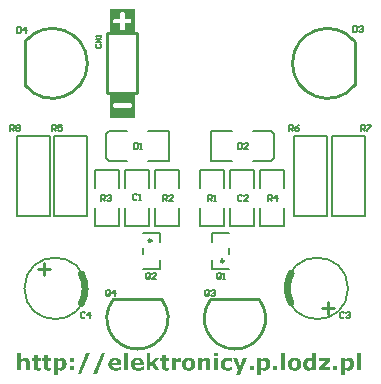
<source format=gto>
G04*
G04 #@! TF.GenerationSoftware,Altium Limited,Altium Designer,18.1.6 (161)*
G04*
G04 Layer_Color=65535*
%FSLAX44Y44*%
%MOMM*%
G71*
G01*
G75*
%ADD10C,0.2540*%
%ADD11C,0.2000*%
%ADD12C,0.6000*%
%ADD13C,0.2500*%
%ADD14C,0.1500*%
G36*
X188906Y5945D02*
X185394D01*
Y8478D01*
X188906D01*
Y5945D01*
D02*
G37*
G36*
X271854Y-5890D02*
X268512D01*
Y-4826D01*
X268470Y-4847D01*
X268363Y-4932D01*
X268193Y-5060D01*
X267980Y-5209D01*
X267725Y-5379D01*
X267470Y-5549D01*
X267172Y-5720D01*
X266895Y-5847D01*
X266852Y-5869D01*
X266767Y-5890D01*
X266618Y-5954D01*
X266405Y-5996D01*
X266150Y-6060D01*
X265852Y-6124D01*
X265533Y-6145D01*
X265171Y-6167D01*
X264979D01*
X264851Y-6145D01*
X264702Y-6124D01*
X264511Y-6082D01*
X264064Y-5975D01*
X263596Y-5805D01*
X263340Y-5698D01*
X263085Y-5549D01*
X262829Y-5379D01*
X262574Y-5188D01*
X262340Y-4975D01*
X262127Y-4719D01*
X262106Y-4698D01*
X262084Y-4655D01*
X262021Y-4570D01*
X261957Y-4442D01*
X261872Y-4293D01*
X261765Y-4123D01*
X261659Y-3910D01*
X261574Y-3676D01*
X261467Y-3399D01*
X261361Y-3101D01*
X261254Y-2782D01*
X261169Y-2442D01*
X261105Y-2059D01*
X261041Y-1654D01*
X261020Y-1228D01*
X260999Y-781D01*
Y-760D01*
Y-718D01*
Y-654D01*
Y-569D01*
X261020Y-441D01*
Y-313D01*
X261041Y6D01*
X261084Y368D01*
X261169Y772D01*
X261254Y1177D01*
X261382Y1560D01*
Y1581D01*
X261403Y1602D01*
X261446Y1730D01*
X261531Y1922D01*
X261659Y2177D01*
X261808Y2454D01*
X261978Y2752D01*
X262191Y3050D01*
X262425Y3327D01*
X262446Y3348D01*
X262531Y3433D01*
X262659Y3561D01*
X262851Y3710D01*
X263064Y3880D01*
X263319Y4072D01*
X263617Y4242D01*
X263936Y4391D01*
X263958D01*
X263979Y4412D01*
X264085Y4455D01*
X264277Y4519D01*
X264511Y4604D01*
X264788Y4668D01*
X265086Y4731D01*
X265405Y4774D01*
X265746Y4795D01*
X266065D01*
X266299Y4774D01*
X266533Y4753D01*
X266788Y4710D01*
X267044Y4646D01*
X267278Y4582D01*
X267299D01*
X267384Y4540D01*
X267491Y4497D01*
X267661Y4455D01*
X267831Y4370D01*
X268044Y4306D01*
X268512Y4093D01*
Y8478D01*
X271854D01*
Y-5890D01*
D02*
G37*
G36*
X300185Y4774D02*
X300355Y4753D01*
X300547Y4710D01*
X300972Y4625D01*
X301462Y4433D01*
X301696Y4327D01*
X301952Y4178D01*
X302207Y4029D01*
X302441Y3816D01*
X302675Y3603D01*
X302888Y3348D01*
X302909Y3327D01*
X302931Y3284D01*
X302995Y3199D01*
X303058Y3092D01*
X303144Y2943D01*
X303229Y2773D01*
X303335Y2560D01*
X303442Y2326D01*
X303527Y2050D01*
X303633Y1773D01*
X303718Y1453D01*
X303803Y1092D01*
X303867Y708D01*
X303931Y325D01*
X303952Y-122D01*
X303974Y-569D01*
Y-590D01*
Y-632D01*
Y-696D01*
Y-781D01*
X303952Y-1037D01*
X303931Y-1335D01*
X303867Y-1697D01*
X303803Y-2101D01*
X303697Y-2506D01*
X303569Y-2910D01*
Y-2931D01*
X303548Y-2952D01*
X303505Y-3080D01*
X303420Y-3272D01*
X303293Y-3527D01*
X303144Y-3804D01*
X302973Y-4081D01*
X302782Y-4379D01*
X302548Y-4655D01*
X302526Y-4677D01*
X302420Y-4783D01*
X302292Y-4911D01*
X302101Y-5060D01*
X301866Y-5230D01*
X301611Y-5422D01*
X301334Y-5592D01*
X301015Y-5741D01*
X300972Y-5762D01*
X300866Y-5805D01*
X300696Y-5847D01*
X300483Y-5911D01*
X300206Y-5996D01*
X299908Y-6039D01*
X299589Y-6082D01*
X299227Y-6103D01*
X299078D01*
X298908Y-6082D01*
X298695D01*
X298461Y-6060D01*
X298205Y-6018D01*
X297950Y-5975D01*
X297716Y-5911D01*
X297695D01*
X297609Y-5869D01*
X297482Y-5847D01*
X297333Y-5784D01*
X297141Y-5720D01*
X296928Y-5613D01*
X296460Y-5400D01*
Y-9700D01*
X293118D01*
Y4476D01*
X296460D01*
Y3390D01*
X296503Y3412D01*
X296588Y3497D01*
X296737Y3603D01*
X296950Y3731D01*
X297184Y3901D01*
X297439Y4072D01*
X298014Y4391D01*
X298056Y4412D01*
X298163Y4455D01*
X298333Y4519D01*
X298546Y4604D01*
X298823Y4668D01*
X299142Y4731D01*
X299482Y4774D01*
X299866Y4795D01*
X300057D01*
X300185Y4774D01*
D02*
G37*
G36*
X229305Y4774D02*
X229475Y4753D01*
X229667Y4710D01*
X230093Y4625D01*
X230582Y4433D01*
X230816Y4327D01*
X231072Y4178D01*
X231327Y4029D01*
X231561Y3816D01*
X231796Y3603D01*
X232008Y3348D01*
X232030Y3327D01*
X232051Y3284D01*
X232115Y3199D01*
X232179Y3092D01*
X232264Y2943D01*
X232349Y2773D01*
X232455Y2560D01*
X232562Y2326D01*
X232647Y2049D01*
X232753Y1773D01*
X232838Y1453D01*
X232924Y1092D01*
X232987Y708D01*
X233051Y325D01*
X233073Y-122D01*
X233094Y-569D01*
Y-590D01*
Y-632D01*
Y-696D01*
Y-781D01*
X233073Y-1037D01*
X233051Y-1335D01*
X232987Y-1697D01*
X232924Y-2101D01*
X232817Y-2506D01*
X232690Y-2910D01*
Y-2931D01*
X232668Y-2953D01*
X232626Y-3080D01*
X232541Y-3272D01*
X232413Y-3527D01*
X232264Y-3804D01*
X232094Y-4081D01*
X231902Y-4379D01*
X231668Y-4655D01*
X231647Y-4677D01*
X231540Y-4783D01*
X231412Y-4911D01*
X231221Y-5060D01*
X230987Y-5230D01*
X230731Y-5422D01*
X230455Y-5592D01*
X230135Y-5741D01*
X230093Y-5762D01*
X229986Y-5805D01*
X229816Y-5847D01*
X229603Y-5911D01*
X229326Y-5996D01*
X229028Y-6039D01*
X228709Y-6082D01*
X228347Y-6103D01*
X228198D01*
X228028Y-6082D01*
X227815D01*
X227581Y-6060D01*
X227326Y-6018D01*
X227070Y-5975D01*
X226836Y-5911D01*
X226815D01*
X226730Y-5869D01*
X226602Y-5847D01*
X226453Y-5784D01*
X226261Y-5720D01*
X226049Y-5613D01*
X225580Y-5400D01*
Y-9700D01*
X222239D01*
Y4476D01*
X225580D01*
Y3390D01*
X225623Y3412D01*
X225708Y3497D01*
X225857Y3603D01*
X226070Y3731D01*
X226304Y3901D01*
X226559Y4072D01*
X227134Y4391D01*
X227177Y4412D01*
X227283Y4455D01*
X227453Y4518D01*
X227666Y4604D01*
X227943Y4667D01*
X228262Y4731D01*
X228603Y4774D01*
X228986Y4795D01*
X229177D01*
X229305Y4774D01*
D02*
G37*
G36*
X56831Y4774D02*
X57002Y4753D01*
X57193Y4710D01*
X57619Y4625D01*
X58108Y4433D01*
X58342Y4327D01*
X58598Y4178D01*
X58853Y4029D01*
X59088Y3816D01*
X59322Y3603D01*
X59535Y3348D01*
X59556Y3327D01*
X59577Y3284D01*
X59641Y3199D01*
X59705Y3092D01*
X59790Y2943D01*
X59875Y2773D01*
X59981Y2560D01*
X60088Y2326D01*
X60173Y2049D01*
X60279Y1773D01*
X60365Y1453D01*
X60450Y1092D01*
X60514Y708D01*
X60577Y325D01*
X60599Y-122D01*
X60620Y-569D01*
Y-590D01*
Y-632D01*
Y-696D01*
Y-781D01*
X60599Y-1037D01*
X60577Y-1335D01*
X60514Y-1697D01*
X60450Y-2101D01*
X60343Y-2506D01*
X60216Y-2910D01*
Y-2931D01*
X60194Y-2953D01*
X60152Y-3080D01*
X60067Y-3272D01*
X59939Y-3527D01*
X59790Y-3804D01*
X59620Y-4081D01*
X59428Y-4379D01*
X59194Y-4655D01*
X59173Y-4677D01*
X59066Y-4783D01*
X58938Y-4911D01*
X58747Y-5060D01*
X58513Y-5230D01*
X58257Y-5422D01*
X57981Y-5592D01*
X57661Y-5741D01*
X57619Y-5762D01*
X57512Y-5805D01*
X57342Y-5847D01*
X57129Y-5911D01*
X56852Y-5996D01*
X56554Y-6039D01*
X56235Y-6082D01*
X55873Y-6103D01*
X55724D01*
X55554Y-6082D01*
X55341D01*
X55107Y-6060D01*
X54852Y-6018D01*
X54596Y-5975D01*
X54362Y-5911D01*
X54341D01*
X54256Y-5869D01*
X54128Y-5847D01*
X53979Y-5784D01*
X53787Y-5720D01*
X53575Y-5613D01*
X53106Y-5400D01*
Y-9700D01*
X49764D01*
Y4476D01*
X53106D01*
Y3390D01*
X53149Y3412D01*
X53234Y3497D01*
X53383Y3603D01*
X53596Y3731D01*
X53830Y3901D01*
X54085Y4072D01*
X54660Y4391D01*
X54703Y4412D01*
X54809Y4455D01*
X54979Y4518D01*
X55192Y4604D01*
X55469Y4667D01*
X55788Y4731D01*
X56129Y4774D01*
X56512Y4795D01*
X56704D01*
X56831Y4774D01*
D02*
G37*
G36*
X179115Y4774D02*
X179264D01*
X179413Y4753D01*
X179796Y4667D01*
X180222Y4561D01*
X180647Y4369D01*
X181073Y4135D01*
X181264Y3965D01*
X181456Y3795D01*
X181477Y3774D01*
X181499Y3752D01*
X181541Y3688D01*
X181605Y3603D01*
X181669Y3518D01*
X181754Y3390D01*
X181839Y3241D01*
X181946Y3071D01*
X182031Y2858D01*
X182116Y2645D01*
X182201Y2411D01*
X182265Y2135D01*
X182329Y1858D01*
X182371Y1539D01*
X182414Y1219D01*
Y857D01*
Y-5890D01*
X179072D01*
Y-739D01*
Y-718D01*
Y-632D01*
Y-505D01*
Y-334D01*
X179051Y-143D01*
X179030Y70D01*
X178987Y517D01*
Y538D01*
X178966Y623D01*
Y730D01*
X178944Y879D01*
X178881Y1177D01*
X178817Y1326D01*
X178774Y1453D01*
Y1475D01*
X178753Y1517D01*
X178646Y1645D01*
X178476Y1794D01*
X178242Y1943D01*
X178221D01*
X178178Y1964D01*
X178093Y2007D01*
X177987Y2028D01*
X177838Y2071D01*
X177667Y2092D01*
X177476Y2113D01*
X177093D01*
X176965Y2092D01*
X176837Y2071D01*
X176667Y2049D01*
X176326Y1964D01*
X176305D01*
X176241Y1943D01*
X176156Y1901D01*
X176028Y1858D01*
X175901Y1773D01*
X175730Y1688D01*
X175347Y1475D01*
Y-5890D01*
X172005D01*
Y4476D01*
X175347D01*
Y3348D01*
X175390Y3369D01*
X175496Y3454D01*
X175667Y3582D01*
X175879Y3752D01*
X176135Y3923D01*
X176433Y4093D01*
X176731Y4263D01*
X177029Y4412D01*
X177071Y4433D01*
X177178Y4476D01*
X177348Y4540D01*
X177561Y4604D01*
X177838Y4667D01*
X178136Y4731D01*
X178476Y4774D01*
X178838Y4795D01*
X179008D01*
X179115Y4774D01*
D02*
G37*
G36*
X156723Y4497D02*
X156999D01*
X157127Y4476D01*
Y1304D01*
X156829D01*
X156786Y1326D01*
X156744D01*
X156659Y1347D01*
X156574Y1368D01*
X156446D01*
X156318Y1390D01*
X156148Y1411D01*
X156063D01*
X155978Y1432D01*
X155871D01*
X155616Y1453D01*
X155105D01*
X154935Y1432D01*
X154743D01*
X154530Y1411D01*
X154105Y1347D01*
X154083D01*
X154019Y1326D01*
X153913Y1304D01*
X153764Y1283D01*
X153594Y1241D01*
X153402Y1177D01*
X152955Y1028D01*
Y-5890D01*
X149613D01*
Y4476D01*
X152955D01*
Y2943D01*
X152977Y2965D01*
X152998Y2986D01*
X153062Y3029D01*
X153147Y3092D01*
X153338Y3263D01*
X153594Y3454D01*
X153892Y3667D01*
X154211Y3859D01*
X154530Y4050D01*
X154850Y4199D01*
X154892Y4220D01*
X154977Y4242D01*
X155148Y4306D01*
X155339Y4369D01*
X155573Y4412D01*
X155829Y4476D01*
X156084Y4497D01*
X156340Y4518D01*
X156574D01*
X156723Y4497D01*
D02*
G37*
G36*
X197612Y4774D02*
X197867D01*
X198165Y4731D01*
X198505Y4689D01*
X198846Y4646D01*
X199187Y4561D01*
X199229D01*
X199336Y4518D01*
X199506Y4476D01*
X199740Y4391D01*
X199995Y4306D01*
X200272Y4220D01*
X200868Y3965D01*
Y1134D01*
X200379D01*
X200336Y1155D01*
X200251Y1241D01*
X200102Y1347D01*
X199910Y1496D01*
X199889Y1517D01*
X199868Y1539D01*
X199804Y1581D01*
X199740Y1645D01*
X199527Y1794D01*
X199251Y1943D01*
X199229D01*
X199187Y1986D01*
X199102Y2007D01*
X198995Y2049D01*
X198740Y2156D01*
X198420Y2262D01*
X198399D01*
X198335Y2284D01*
X198250Y2305D01*
X198122Y2347D01*
X197973Y2369D01*
X197803Y2390D01*
X197377Y2411D01*
X197250D01*
X197165Y2390D01*
X196930Y2369D01*
X196632Y2305D01*
X196292Y2198D01*
X195951Y2049D01*
X195632Y1837D01*
X195334Y1560D01*
X195313Y1517D01*
X195228Y1411D01*
X195121Y1219D01*
X194993Y964D01*
X194844Y623D01*
X194738Y240D01*
X194653Y-228D01*
X194632Y-739D01*
Y-760D01*
Y-803D01*
Y-888D01*
X194653Y-994D01*
Y-1122D01*
X194674Y-1250D01*
X194717Y-1590D01*
X194802Y-1952D01*
X194930Y-2335D01*
X195121Y-2697D01*
X195355Y-3016D01*
X195398Y-3059D01*
X195483Y-3144D01*
X195653Y-3251D01*
X195887Y-3400D01*
X196185Y-3549D01*
X196547Y-3655D01*
X196952Y-3740D01*
X197441Y-3783D01*
X197654D01*
X197803Y-3761D01*
X197973D01*
X198165Y-3719D01*
X198548Y-3655D01*
X198569D01*
X198633Y-3634D01*
X198718Y-3591D01*
X198846Y-3549D01*
X199123Y-3442D01*
X199400Y-3314D01*
X199421D01*
X199442Y-3272D01*
X199570Y-3187D01*
X199740Y-3080D01*
X199932Y-2931D01*
X199953D01*
X199974Y-2889D01*
X200081Y-2804D01*
X200230Y-2676D01*
X200379Y-2527D01*
X200868D01*
Y-5379D01*
X200826Y-5400D01*
X200741Y-5443D01*
X200570Y-5507D01*
X200357Y-5592D01*
X200123Y-5677D01*
X199846Y-5784D01*
X199527Y-5869D01*
X199208Y-5954D01*
X199165D01*
X199059Y-5996D01*
X198889Y-6018D01*
X198654Y-6060D01*
X198378Y-6103D01*
X198058Y-6124D01*
X197718Y-6167D01*
X196994D01*
X196845Y-6145D01*
X196505Y-6124D01*
X196122Y-6082D01*
X195717Y-6039D01*
X195270Y-5954D01*
X194844Y-5847D01*
X194823D01*
X194802Y-5826D01*
X194738Y-5805D01*
X194653Y-5784D01*
X194461Y-5720D01*
X194185Y-5592D01*
X193887Y-5464D01*
X193567Y-5294D01*
X193227Y-5081D01*
X192908Y-4847D01*
X192865Y-4826D01*
X192780Y-4719D01*
X192631Y-4591D01*
X192439Y-4379D01*
X192226Y-4144D01*
X192013Y-3868D01*
X191822Y-3527D01*
X191630Y-3165D01*
Y-3144D01*
X191609Y-3123D01*
X191588Y-3059D01*
X191567Y-2974D01*
X191481Y-2761D01*
X191418Y-2463D01*
X191332Y-2122D01*
X191247Y-1697D01*
X191205Y-1250D01*
X191183Y-739D01*
Y-718D01*
Y-675D01*
Y-590D01*
Y-505D01*
X191205Y-377D01*
Y-228D01*
X191247Y113D01*
X191290Y496D01*
X191375Y921D01*
X191503Y1347D01*
X191652Y1752D01*
Y1773D01*
X191673Y1794D01*
X191737Y1922D01*
X191843Y2135D01*
X192013Y2369D01*
X192205Y2645D01*
X192439Y2943D01*
X192716Y3241D01*
X193014Y3518D01*
X193057Y3539D01*
X193163Y3625D01*
X193333Y3752D01*
X193567Y3880D01*
X193844Y4050D01*
X194185Y4199D01*
X194547Y4348D01*
X194951Y4476D01*
X194972D01*
X194993Y4497D01*
X195057D01*
X195142Y4518D01*
X195355Y4582D01*
X195653Y4646D01*
X195994Y4689D01*
X196377Y4753D01*
X196803Y4774D01*
X197228Y4795D01*
X197420D01*
X197612Y4774D01*
D02*
G37*
G36*
X66963Y836D02*
X63515D01*
Y4476D01*
X66963D01*
Y836D01*
D02*
G37*
G36*
X207765Y-9700D02*
X204146D01*
X205806Y-5805D01*
X201783Y4476D01*
X205274D01*
X207743Y-2208D01*
X210106Y4476D01*
X213554D01*
X207765Y-9700D01*
D02*
G37*
G36*
X309699Y-5890D02*
X306358D01*
Y8478D01*
X309699D01*
Y-5890D01*
D02*
G37*
G36*
X289840D02*
X286392D01*
Y-2250D01*
X289840D01*
Y-5890D01*
D02*
G37*
G36*
X283838Y2369D02*
X278453Y-3421D01*
X283944D01*
Y-5890D01*
X274196D01*
Y-3783D01*
X279623Y2050D01*
X274408D01*
Y4476D01*
X283838D01*
Y2369D01*
D02*
G37*
G36*
X245652Y-5890D02*
X242311D01*
Y8478D01*
X245652D01*
Y-5890D01*
D02*
G37*
G36*
X239032D02*
X235584Y-5890D01*
Y-2250D01*
X239032Y-2250D01*
Y-5890D01*
D02*
G37*
G36*
X218961Y-5890D02*
X215512D01*
Y-2250D01*
X218961D01*
Y-5890D01*
D02*
G37*
G36*
X188821D02*
X185479D01*
Y4476D01*
X188821D01*
Y-5890D01*
D02*
G37*
G36*
X131649Y-79D02*
X135182Y4476D01*
X139035D01*
X135310Y6D01*
X139311Y-5890D01*
X135437D01*
X132543Y-1377D01*
X131649Y-2506D01*
Y-5890D01*
X128307D01*
Y8478D01*
X131649D01*
Y-79D01*
D02*
G37*
G36*
X112620Y-5890D02*
X109278D01*
Y8478D01*
X112620D01*
Y-5890D01*
D02*
G37*
G36*
X66963Y-5890D02*
X63515D01*
Y-2250D01*
X66963D01*
Y-5890D01*
D02*
G37*
G36*
X22392Y3348D02*
X22434Y3369D01*
X22541Y3454D01*
X22711Y3582D01*
X22924Y3752D01*
X23179Y3923D01*
X23477Y4093D01*
X23775Y4263D01*
X24073Y4412D01*
X24116Y4433D01*
X24222Y4476D01*
X24393Y4540D01*
X24605Y4604D01*
X24882Y4667D01*
X25180Y4731D01*
X25521Y4774D01*
X25882Y4795D01*
X26053D01*
X26159Y4774D01*
X26308D01*
X26457Y4753D01*
X26840Y4667D01*
X27266Y4561D01*
X27692Y4369D01*
X28117Y4135D01*
X28309Y3965D01*
X28501Y3795D01*
X28522Y3774D01*
X28543Y3752D01*
X28586Y3688D01*
X28650Y3603D01*
X28714Y3518D01*
X28799Y3390D01*
X28884Y3241D01*
X28990Y3071D01*
X29075Y2858D01*
X29160Y2645D01*
X29246Y2411D01*
X29309Y2135D01*
X29373Y1858D01*
X29416Y1539D01*
X29458Y1219D01*
Y857D01*
Y-5890D01*
X26117D01*
Y-739D01*
Y-718D01*
Y-632D01*
Y-505D01*
Y-334D01*
X26095Y-143D01*
X26074Y70D01*
X26031Y517D01*
Y538D01*
X26010Y623D01*
Y730D01*
X25989Y879D01*
X25925Y1177D01*
X25861Y1326D01*
X25819Y1453D01*
Y1475D01*
X25797Y1517D01*
X25691Y1645D01*
X25521Y1794D01*
X25287Y1943D01*
X25265D01*
X25223Y1964D01*
X25138Y2007D01*
X25031Y2028D01*
X24882Y2071D01*
X24712Y2092D01*
X24520Y2113D01*
X24137D01*
X24009Y2092D01*
X23882Y2071D01*
X23712Y2049D01*
X23371Y1964D01*
X23350D01*
X23286Y1943D01*
X23201Y1900D01*
X23073Y1858D01*
X22945Y1773D01*
X22775Y1688D01*
X22392Y1475D01*
Y-5890D01*
X19050D01*
Y8478D01*
X22392D01*
Y3348D01*
D02*
G37*
G36*
X144526Y4476D02*
X147613D01*
Y2220D01*
X144526D01*
Y-1463D01*
Y-1484D01*
Y-1548D01*
Y-1654D01*
Y-1782D01*
Y-2101D01*
Y-2420D01*
Y-2442D01*
Y-2484D01*
Y-2569D01*
X144548Y-2655D01*
X144590Y-2889D01*
X144675Y-3144D01*
Y-3165D01*
X144697Y-3208D01*
X144782Y-3336D01*
X144909Y-3506D01*
X145122Y-3676D01*
X145143D01*
X145186Y-3698D01*
X145250Y-3719D01*
X145356Y-3761D01*
X145505Y-3783D01*
X145654Y-3825D01*
X145846Y-3847D01*
X146187D01*
X146250Y-3825D01*
X146463Y-3804D01*
X146740Y-3740D01*
X146761D01*
X146804Y-3719D01*
X146889Y-3698D01*
X146974Y-3676D01*
X147166Y-3612D01*
X147272Y-3570D01*
X147336Y-3527D01*
X147613D01*
Y-5826D01*
X147591D01*
X147528Y-5847D01*
X147400Y-5869D01*
X147272Y-5890D01*
X147080Y-5911D01*
X146889Y-5954D01*
X146463Y-6018D01*
X146442D01*
X146357Y-6039D01*
X146229D01*
X146059Y-6060D01*
X145846Y-6082D01*
X145590D01*
X145314Y-6103D01*
X144803D01*
X144675Y-6082D01*
X144526D01*
X144335Y-6060D01*
X143909Y-5996D01*
X143441Y-5911D01*
X142972Y-5784D01*
X142504Y-5592D01*
X142313Y-5464D01*
X142121Y-5336D01*
X142079Y-5294D01*
X141972Y-5188D01*
X141908Y-5102D01*
X141823Y-4996D01*
X141738Y-4847D01*
X141653Y-4698D01*
X141568Y-4528D01*
X141482Y-4336D01*
X141397Y-4102D01*
X141334Y-3868D01*
X141270Y-3591D01*
X141227Y-3293D01*
X141206Y-2974D01*
X141185Y-2633D01*
Y2220D01*
X139822D01*
Y4476D01*
X141185D01*
Y7435D01*
X144526D01*
Y4476D01*
D02*
G37*
G36*
X44677Y4476D02*
X47764D01*
Y2220D01*
X44677D01*
Y-1463D01*
Y-1484D01*
Y-1548D01*
Y-1654D01*
Y-1782D01*
Y-2101D01*
Y-2421D01*
Y-2442D01*
Y-2484D01*
Y-2569D01*
X44699Y-2655D01*
X44741Y-2889D01*
X44826Y-3144D01*
Y-3165D01*
X44848Y-3208D01*
X44933Y-3336D01*
X45061Y-3506D01*
X45273Y-3676D01*
X45295D01*
X45337Y-3698D01*
X45401Y-3719D01*
X45507Y-3761D01*
X45656Y-3783D01*
X45806Y-3825D01*
X45997Y-3847D01*
X46338D01*
X46402Y-3825D01*
X46614Y-3804D01*
X46891Y-3740D01*
X46912D01*
X46955Y-3719D01*
X47040Y-3698D01*
X47125Y-3676D01*
X47317Y-3612D01*
X47423Y-3570D01*
X47487Y-3527D01*
X47764D01*
Y-5826D01*
X47742D01*
X47679Y-5847D01*
X47551Y-5869D01*
X47423Y-5890D01*
X47232Y-5911D01*
X47040Y-5954D01*
X46614Y-6018D01*
X46593D01*
X46508Y-6039D01*
X46380D01*
X46210Y-6060D01*
X45997Y-6082D01*
X45742D01*
X45465Y-6103D01*
X44954D01*
X44826Y-6082D01*
X44677D01*
X44486Y-6060D01*
X44060Y-5996D01*
X43592Y-5911D01*
X43124Y-5784D01*
X42655Y-5592D01*
X42464Y-5464D01*
X42272Y-5336D01*
X42230Y-5294D01*
X42123Y-5188D01*
X42059Y-5102D01*
X41974Y-4996D01*
X41889Y-4847D01*
X41804Y-4698D01*
X41719Y-4528D01*
X41634Y-4336D01*
X41549Y-4102D01*
X41485Y-3868D01*
X41421Y-3591D01*
X41378Y-3293D01*
X41357Y-2974D01*
X41336Y-2633D01*
Y2220D01*
X39973D01*
Y4476D01*
X41336D01*
Y7435D01*
X44677D01*
Y4476D01*
D02*
G37*
G36*
X36057D02*
X39143D01*
Y2220D01*
X36057D01*
Y-1463D01*
Y-1484D01*
Y-1548D01*
Y-1654D01*
Y-1782D01*
Y-2101D01*
Y-2421D01*
Y-2442D01*
Y-2484D01*
Y-2569D01*
X36078Y-2655D01*
X36121Y-2889D01*
X36206Y-3144D01*
Y-3165D01*
X36227Y-3208D01*
X36312Y-3336D01*
X36440Y-3506D01*
X36653Y-3676D01*
X36674D01*
X36717Y-3698D01*
X36781Y-3719D01*
X36887Y-3761D01*
X37036Y-3783D01*
X37185Y-3825D01*
X37377Y-3847D01*
X37717D01*
X37781Y-3825D01*
X37994Y-3804D01*
X38270Y-3740D01*
X38292D01*
X38334Y-3719D01*
X38419Y-3698D01*
X38505Y-3676D01*
X38696Y-3612D01*
X38803Y-3570D01*
X38867Y-3527D01*
X39143D01*
Y-5826D01*
X39122D01*
X39058Y-5847D01*
X38930Y-5869D01*
X38803Y-5890D01*
X38611Y-5911D01*
X38419Y-5954D01*
X37994Y-6018D01*
X37973D01*
X37887Y-6039D01*
X37760D01*
X37589Y-6060D01*
X37377Y-6082D01*
X37121D01*
X36844Y-6103D01*
X36334D01*
X36206Y-6082D01*
X36057D01*
X35865Y-6060D01*
X35440Y-5996D01*
X34971Y-5911D01*
X34503Y-5784D01*
X34035Y-5592D01*
X33843Y-5464D01*
X33652Y-5336D01*
X33609Y-5294D01*
X33503Y-5188D01*
X33439Y-5102D01*
X33354Y-4996D01*
X33268Y-4847D01*
X33183Y-4698D01*
X33098Y-4528D01*
X33013Y-4336D01*
X32928Y-4102D01*
X32864Y-3868D01*
X32800Y-3591D01*
X32758Y-3293D01*
X32736Y-2974D01*
X32715Y-2633D01*
Y2220D01*
X31353D01*
Y4476D01*
X32715D01*
Y7435D01*
X36057D01*
Y4476D01*
D02*
G37*
G36*
X121304Y4774D02*
X121496Y4753D01*
X121751Y4731D01*
X122007Y4689D01*
X122304Y4625D01*
X122922Y4476D01*
X123241Y4369D01*
X123560Y4242D01*
X123858Y4093D01*
X124156Y3923D01*
X124433Y3731D01*
X124688Y3497D01*
X124710Y3476D01*
X124752Y3433D01*
X124816Y3369D01*
X124880Y3263D01*
X124986Y3135D01*
X125093Y2965D01*
X125199Y2773D01*
X125327Y2560D01*
X125455Y2305D01*
X125561Y2028D01*
X125668Y1730D01*
X125774Y1411D01*
X125838Y1049D01*
X125902Y666D01*
X125944Y261D01*
X125966Y-185D01*
Y-1335D01*
X118345D01*
Y-1356D01*
Y-1399D01*
X118367Y-1463D01*
Y-1526D01*
X118409Y-1761D01*
X118495Y-2037D01*
X118601Y-2335D01*
X118750Y-2655D01*
X118984Y-2953D01*
X119261Y-3208D01*
X119303Y-3229D01*
X119431Y-3314D01*
X119623Y-3400D01*
X119899Y-3527D01*
X120261Y-3634D01*
X120687Y-3740D01*
X121198Y-3825D01*
X121794Y-3847D01*
X121964D01*
X122177Y-3825D01*
X122432Y-3804D01*
X122752Y-3761D01*
X123092Y-3676D01*
X123454Y-3591D01*
X123816Y-3463D01*
X123837D01*
X123858Y-3442D01*
X123986Y-3400D01*
X124156Y-3314D01*
X124390Y-3208D01*
X124646Y-3102D01*
X124901Y-2953D01*
X125157Y-2804D01*
X125391Y-2633D01*
X125774D01*
Y-5315D01*
X125753D01*
X125731Y-5336D01*
X125668Y-5358D01*
X125582Y-5379D01*
X125370Y-5464D01*
X125093Y-5571D01*
X124752Y-5677D01*
X124390Y-5762D01*
X124029Y-5869D01*
X123645Y-5954D01*
X123603D01*
X123475Y-5996D01*
X123262Y-6018D01*
X122986Y-6060D01*
X122666Y-6103D01*
X122283Y-6124D01*
X121879Y-6167D01*
X121134D01*
X120921Y-6145D01*
X120666Y-6124D01*
X120346Y-6103D01*
X120027Y-6060D01*
X119665Y-5996D01*
X118899Y-5826D01*
X118495Y-5720D01*
X118090Y-5592D01*
X117707Y-5422D01*
X117324Y-5230D01*
X116962Y-5017D01*
X116643Y-4783D01*
X116621Y-4762D01*
X116579Y-4719D01*
X116494Y-4634D01*
X116387Y-4528D01*
X116259Y-4379D01*
X116110Y-4208D01*
X115962Y-3995D01*
X115813Y-3761D01*
X115663Y-3485D01*
X115514Y-3187D01*
X115365Y-2867D01*
X115238Y-2506D01*
X115131Y-2122D01*
X115046Y-1697D01*
X115004Y-1250D01*
X114982Y-781D01*
Y-760D01*
Y-675D01*
X115004Y-526D01*
Y-356D01*
X115025Y-143D01*
X115068Y113D01*
X115110Y389D01*
X115174Y687D01*
X115259Y1006D01*
X115365Y1347D01*
X115493Y1688D01*
X115642Y2028D01*
X115834Y2347D01*
X116047Y2688D01*
X116281Y2986D01*
X116558Y3284D01*
X116579Y3305D01*
X116621Y3348D01*
X116728Y3433D01*
X116855Y3518D01*
X117004Y3625D01*
X117196Y3752D01*
X117430Y3901D01*
X117686Y4050D01*
X117984Y4178D01*
X118303Y4327D01*
X118665Y4455D01*
X119048Y4561D01*
X119452Y4646D01*
X119899Y4731D01*
X120368Y4774D01*
X120878Y4795D01*
X121112D01*
X121304Y4774D01*
D02*
G37*
G36*
X102275D02*
X102467Y4753D01*
X102722Y4731D01*
X102978Y4689D01*
X103275Y4625D01*
X103893Y4476D01*
X104212Y4369D01*
X104531Y4242D01*
X104829Y4093D01*
X105127Y3923D01*
X105404Y3731D01*
X105660Y3497D01*
X105681Y3476D01*
X105723Y3433D01*
X105787Y3369D01*
X105851Y3263D01*
X105957Y3135D01*
X106064Y2965D01*
X106170Y2773D01*
X106298Y2560D01*
X106426Y2305D01*
X106532Y2028D01*
X106639Y1730D01*
X106745Y1411D01*
X106809Y1049D01*
X106873Y666D01*
X106915Y261D01*
X106937Y-185D01*
Y-1335D01*
X99317D01*
Y-1356D01*
Y-1399D01*
X99338Y-1463D01*
Y-1526D01*
X99380Y-1761D01*
X99466Y-2037D01*
X99572Y-2335D01*
X99721Y-2655D01*
X99955Y-2953D01*
X100232Y-3208D01*
X100274Y-3229D01*
X100402Y-3314D01*
X100594Y-3400D01*
X100870Y-3527D01*
X101232Y-3634D01*
X101658Y-3740D01*
X102169Y-3825D01*
X102765Y-3847D01*
X102935D01*
X103148Y-3825D01*
X103403Y-3804D01*
X103722Y-3761D01*
X104063Y-3676D01*
X104425Y-3591D01*
X104787Y-3463D01*
X104808D01*
X104829Y-3442D01*
X104957Y-3400D01*
X105127Y-3314D01*
X105361Y-3208D01*
X105617Y-3102D01*
X105872Y-2953D01*
X106128Y-2804D01*
X106362Y-2633D01*
X106745D01*
Y-5315D01*
X106724D01*
X106702Y-5336D01*
X106639Y-5358D01*
X106553Y-5379D01*
X106341Y-5464D01*
X106064Y-5571D01*
X105723Y-5677D01*
X105361Y-5762D01*
X105000Y-5869D01*
X104616Y-5954D01*
X104574D01*
X104446Y-5996D01*
X104233Y-6018D01*
X103957Y-6060D01*
X103637Y-6103D01*
X103254Y-6124D01*
X102850Y-6167D01*
X102105D01*
X101892Y-6145D01*
X101637Y-6124D01*
X101317Y-6103D01*
X100998Y-6060D01*
X100636Y-5996D01*
X99870Y-5826D01*
X99466Y-5720D01*
X99061Y-5592D01*
X98678Y-5422D01*
X98295Y-5230D01*
X97933Y-5017D01*
X97614Y-4783D01*
X97592Y-4762D01*
X97550Y-4719D01*
X97465Y-4634D01*
X97358Y-4528D01*
X97231Y-4379D01*
X97081Y-4208D01*
X96932Y-3995D01*
X96784Y-3761D01*
X96635Y-3485D01*
X96486Y-3187D01*
X96337Y-2867D01*
X96209Y-2506D01*
X96102Y-2122D01*
X96017Y-1697D01*
X95975Y-1250D01*
X95953Y-781D01*
Y-760D01*
Y-675D01*
X95975Y-526D01*
Y-356D01*
X95996Y-143D01*
X96039Y113D01*
X96081Y389D01*
X96145Y687D01*
X96230Y1006D01*
X96337Y1347D01*
X96464Y1688D01*
X96613Y2028D01*
X96805Y2347D01*
X97018Y2688D01*
X97252Y2986D01*
X97528Y3284D01*
X97550Y3305D01*
X97592Y3348D01*
X97699Y3433D01*
X97826Y3518D01*
X97976Y3625D01*
X98167Y3752D01*
X98401Y3901D01*
X98657Y4050D01*
X98955Y4178D01*
X99274Y4327D01*
X99636Y4455D01*
X100019Y4561D01*
X100423Y4646D01*
X100870Y4731D01*
X101339Y4774D01*
X101849Y4795D01*
X102084D01*
X102275Y4774D01*
D02*
G37*
G36*
X254145Y4774D02*
X254379Y4753D01*
X254635Y4710D01*
X254933Y4668D01*
X255231Y4604D01*
X255571Y4540D01*
X255912Y4433D01*
X256252Y4306D01*
X256614Y4178D01*
X256955Y3986D01*
X257274Y3795D01*
X257593Y3561D01*
X257891Y3305D01*
X257913Y3284D01*
X257955Y3241D01*
X258019Y3156D01*
X258125Y3029D01*
X258232Y2880D01*
X258360Y2709D01*
X258508Y2497D01*
X258636Y2262D01*
X258785Y1986D01*
X258913Y1688D01*
X259041Y1347D01*
X259147Y985D01*
X259254Y602D01*
X259317Y198D01*
X259360Y-249D01*
X259381Y-718D01*
Y-739D01*
Y-824D01*
Y-952D01*
X259360Y-1143D01*
X259339Y-1356D01*
X259296Y-1612D01*
X259254Y-1888D01*
X259190Y-2186D01*
X259104Y-2484D01*
X259019Y-2825D01*
X258892Y-3165D01*
X258743Y-3485D01*
X258572Y-3825D01*
X258360Y-4144D01*
X258147Y-4442D01*
X257870Y-4740D01*
X257849Y-4762D01*
X257806Y-4804D01*
X257721Y-4868D01*
X257593Y-4975D01*
X257444Y-5081D01*
X257253Y-5209D01*
X257040Y-5336D01*
X256784Y-5464D01*
X256508Y-5613D01*
X256188Y-5741D01*
X255848Y-5869D01*
X255486Y-5975D01*
X255082Y-6082D01*
X254656Y-6145D01*
X254188Y-6188D01*
X253698Y-6209D01*
X253443D01*
X253251Y-6188D01*
X253017Y-6167D01*
X252761Y-6124D01*
X252485Y-6082D01*
X252166Y-6018D01*
X251825Y-5954D01*
X251484Y-5847D01*
X251144Y-5741D01*
X250782Y-5592D01*
X250441Y-5422D01*
X250122Y-5230D01*
X249803Y-4996D01*
X249505Y-4740D01*
X249484Y-4719D01*
X249441Y-4677D01*
X249377Y-4591D01*
X249271Y-4464D01*
X249164Y-4315D01*
X249037Y-4144D01*
X248909Y-3932D01*
X248760Y-3676D01*
X248632Y-3421D01*
X248483Y-3123D01*
X248356Y-2782D01*
X248249Y-2420D01*
X248143Y-2037D01*
X248079Y-1633D01*
X248036Y-1186D01*
X248015Y-718D01*
Y-696D01*
Y-611D01*
Y-462D01*
X248036Y-292D01*
X248057Y-79D01*
X248100Y176D01*
X248143Y453D01*
X248207Y751D01*
X248270Y1070D01*
X248377Y1411D01*
X248505Y1730D01*
X248654Y2071D01*
X248824Y2411D01*
X249015Y2731D01*
X249249Y3050D01*
X249505Y3327D01*
X249526Y3348D01*
X249569Y3390D01*
X249654Y3454D01*
X249782Y3561D01*
X249931Y3667D01*
X250122Y3795D01*
X250335Y3923D01*
X250590Y4072D01*
X250888Y4199D01*
X251186Y4327D01*
X251548Y4455D01*
X251910Y4561D01*
X252314Y4668D01*
X252740Y4731D01*
X253209Y4774D01*
X253698Y4795D01*
X253953D01*
X254145Y4774D01*
D02*
G37*
G36*
X164385Y4774D02*
X164620Y4753D01*
X164875Y4710D01*
X165173Y4667D01*
X165471Y4604D01*
X165812Y4540D01*
X166152Y4433D01*
X166493Y4306D01*
X166854Y4178D01*
X167195Y3986D01*
X167514Y3795D01*
X167833Y3561D01*
X168132Y3305D01*
X168153Y3284D01*
X168195Y3241D01*
X168259Y3156D01*
X168366Y3029D01*
X168472Y2880D01*
X168600Y2709D01*
X168749Y2496D01*
X168876Y2262D01*
X169025Y1986D01*
X169153Y1688D01*
X169281Y1347D01*
X169387Y985D01*
X169494Y602D01*
X169558Y198D01*
X169600Y-249D01*
X169622Y-718D01*
Y-739D01*
Y-824D01*
Y-952D01*
X169600Y-1143D01*
X169579Y-1356D01*
X169536Y-1612D01*
X169494Y-1888D01*
X169430Y-2186D01*
X169345Y-2484D01*
X169260Y-2825D01*
X169132Y-3165D01*
X168983Y-3485D01*
X168813Y-3825D01*
X168600Y-4144D01*
X168387Y-4442D01*
X168110Y-4740D01*
X168089Y-4762D01*
X168046Y-4804D01*
X167961Y-4868D01*
X167833Y-4975D01*
X167685Y-5081D01*
X167493Y-5209D01*
X167280Y-5336D01*
X167025Y-5464D01*
X166748Y-5613D01*
X166429Y-5741D01*
X166088Y-5869D01*
X165726Y-5975D01*
X165322Y-6082D01*
X164896Y-6145D01*
X164428Y-6188D01*
X163938Y-6209D01*
X163683D01*
X163491Y-6188D01*
X163257Y-6167D01*
X163002Y-6124D01*
X162725Y-6082D01*
X162406Y-6018D01*
X162065Y-5954D01*
X161725Y-5847D01*
X161384Y-5741D01*
X161022Y-5592D01*
X160682Y-5422D01*
X160362Y-5230D01*
X160043Y-4996D01*
X159745Y-4740D01*
X159724Y-4719D01*
X159681Y-4677D01*
X159618Y-4591D01*
X159511Y-4464D01*
X159405Y-4315D01*
X159277Y-4144D01*
X159149Y-3932D01*
X159000Y-3676D01*
X158872Y-3421D01*
X158723Y-3123D01*
X158596Y-2782D01*
X158489Y-2420D01*
X158383Y-2037D01*
X158319Y-1633D01*
X158277Y-1186D01*
X158255Y-718D01*
Y-696D01*
Y-611D01*
Y-462D01*
X158277Y-292D01*
X158298Y-79D01*
X158340Y176D01*
X158383Y453D01*
X158447Y751D01*
X158511Y1070D01*
X158617Y1411D01*
X158745Y1730D01*
X158894Y2071D01*
X159064Y2411D01*
X159256Y2731D01*
X159490Y3050D01*
X159745Y3327D01*
X159767Y3348D01*
X159809Y3390D01*
X159894Y3454D01*
X160022Y3561D01*
X160171Y3667D01*
X160362Y3795D01*
X160575Y3923D01*
X160831Y4072D01*
X161129Y4199D01*
X161427Y4327D01*
X161789Y4455D01*
X162150Y4561D01*
X162555Y4667D01*
X162980Y4731D01*
X163449Y4774D01*
X163938Y4795D01*
X164194D01*
X164385Y4774D01*
D02*
G37*
G36*
X86056Y-8891D02*
X83225D01*
X90504Y8478D01*
X93378Y8478D01*
X86056Y-8891D01*
D02*
G37*
G36*
X73008D02*
X70177D01*
X77457Y8478D01*
X80330D01*
X73008Y-8891D01*
D02*
G37*
G36*
X118356Y228563D02*
X118393Y228489D01*
Y207824D01*
Y207787D01*
Y207750D01*
X118356Y207713D01*
X97544D01*
X97507Y207750D01*
Y207824D01*
Y228489D01*
Y228526D01*
X97544Y228563D01*
X97618Y228600D01*
X118319D01*
X118356Y228563D01*
D02*
G37*
G36*
X118393Y300250D02*
Y300176D01*
Y279511D01*
Y279474D01*
X118356Y279437D01*
X118282Y279400D01*
X97581D01*
X97544Y279437D01*
X97507Y279511D01*
Y300176D01*
Y300213D01*
Y300250D01*
X97544Y300287D01*
X118356D01*
X118393Y300250D01*
D02*
G37*
%LPC*%
G36*
X267065Y2369D02*
X266937D01*
X266852Y2348D01*
X266618Y2326D01*
X266320Y2262D01*
X266001Y2177D01*
X265682Y2028D01*
X265362Y1815D01*
X265086Y1539D01*
X265064Y1496D01*
X264979Y1390D01*
X264894Y1198D01*
X264766Y943D01*
X264660Y623D01*
X264554Y219D01*
X264468Y-228D01*
X264447Y-739D01*
Y-760D01*
Y-803D01*
Y-888D01*
Y-994D01*
X264468Y-1122D01*
Y-1250D01*
X264511Y-1590D01*
X264575Y-1952D01*
X264660Y-2314D01*
X264788Y-2655D01*
X264958Y-2952D01*
X264979Y-2974D01*
X265064Y-3059D01*
X265192Y-3165D01*
X265362Y-3293D01*
X265597Y-3421D01*
X265895Y-3527D01*
X266235Y-3612D01*
X266639Y-3634D01*
X266810D01*
X266937Y-3612D01*
X267086Y-3591D01*
X267235Y-3570D01*
X267597Y-3463D01*
X267619D01*
X267682Y-3442D01*
X267789Y-3399D01*
X267895Y-3336D01*
X268193Y-3208D01*
X268512Y-3016D01*
Y2071D01*
X268491D01*
X268449Y2092D01*
X268385Y2113D01*
X268278Y2156D01*
X268044Y2220D01*
X267768Y2284D01*
X267746D01*
X267704Y2305D01*
X267640D01*
X267533Y2326D01*
X267321Y2348D01*
X267065Y2369D01*
D02*
G37*
G36*
X298376Y2262D02*
X298205D01*
X298078Y2241D01*
X297929Y2220D01*
X297758Y2199D01*
X297397Y2113D01*
X297375D01*
X297311Y2092D01*
X297226Y2050D01*
X297099Y2007D01*
X296801Y1879D01*
X296460Y1688D01*
Y-3527D01*
X296481D01*
X296524Y-3548D01*
X296588Y-3570D01*
X296673Y-3591D01*
X296886Y-3655D01*
X297162Y-3697D01*
X297397D01*
X297631Y-3719D01*
X298035D01*
X298120Y-3697D01*
X298354Y-3676D01*
X298652Y-3612D01*
X298972Y-3527D01*
X299291Y-3399D01*
X299589Y-3208D01*
X299866Y-2952D01*
X299887Y-2910D01*
X299972Y-2804D01*
X300079Y-2633D01*
X300206Y-2378D01*
X300313Y-2059D01*
X300419Y-1654D01*
X300504Y-1186D01*
X300525Y-632D01*
Y-611D01*
Y-569D01*
Y-483D01*
Y-377D01*
X300504Y-271D01*
Y-122D01*
X300462Y219D01*
X300398Y560D01*
X300291Y921D01*
X300164Y1262D01*
X299993Y1560D01*
X299972Y1581D01*
X299887Y1666D01*
X299781Y1773D01*
X299610Y1922D01*
X299376Y2050D01*
X299099Y2156D01*
X298759Y2241D01*
X298376Y2262D01*
D02*
G37*
G36*
X227496Y2262D02*
X227326D01*
X227198Y2241D01*
X227049Y2220D01*
X226879Y2198D01*
X226517Y2113D01*
X226496D01*
X226432Y2092D01*
X226347Y2049D01*
X226219Y2007D01*
X225921Y1879D01*
X225580Y1688D01*
Y-3527D01*
X225602D01*
X225644Y-3549D01*
X225708Y-3570D01*
X225793Y-3591D01*
X226006Y-3655D01*
X226283Y-3698D01*
X226517D01*
X226751Y-3719D01*
X227155D01*
X227241Y-3698D01*
X227475Y-3676D01*
X227773Y-3612D01*
X228092Y-3527D01*
X228411Y-3400D01*
X228709Y-3208D01*
X228986Y-2953D01*
X229007Y-2910D01*
X229092Y-2804D01*
X229199Y-2633D01*
X229326Y-2378D01*
X229433Y-2059D01*
X229539Y-1654D01*
X229625Y-1186D01*
X229646Y-632D01*
Y-611D01*
Y-569D01*
Y-483D01*
Y-377D01*
X229625Y-271D01*
Y-122D01*
X229582Y219D01*
X229518Y560D01*
X229412Y921D01*
X229284Y1262D01*
X229114Y1560D01*
X229092Y1581D01*
X229007Y1666D01*
X228901Y1773D01*
X228731Y1922D01*
X228496Y2049D01*
X228220Y2156D01*
X227879Y2241D01*
X227496Y2262D01*
D02*
G37*
G36*
X55022Y2262D02*
X54852D01*
X54724Y2241D01*
X54575Y2220D01*
X54405Y2198D01*
X54043Y2113D01*
X54022D01*
X53958Y2092D01*
X53873Y2049D01*
X53745Y2007D01*
X53447Y1879D01*
X53106Y1688D01*
Y-3527D01*
X53128D01*
X53170Y-3549D01*
X53234Y-3570D01*
X53319Y-3591D01*
X53532Y-3655D01*
X53809Y-3698D01*
X54043D01*
X54277Y-3719D01*
X54681D01*
X54767Y-3698D01*
X55001Y-3676D01*
X55299Y-3612D01*
X55618Y-3527D01*
X55937Y-3400D01*
X56235Y-3208D01*
X56512Y-2953D01*
X56533Y-2910D01*
X56618Y-2804D01*
X56725Y-2633D01*
X56852Y-2378D01*
X56959Y-2059D01*
X57065Y-1654D01*
X57151Y-1186D01*
X57172Y-632D01*
Y-611D01*
Y-569D01*
Y-483D01*
Y-377D01*
X57151Y-271D01*
Y-122D01*
X57108Y219D01*
X57044Y560D01*
X56938Y921D01*
X56810Y1262D01*
X56640Y1560D01*
X56618Y1581D01*
X56533Y1666D01*
X56427Y1773D01*
X56256Y1922D01*
X56022Y2049D01*
X55746Y2156D01*
X55405Y2241D01*
X55022Y2262D01*
D02*
G37*
G36*
X120602Y2709D02*
X120453D01*
X120261Y2688D01*
X120048Y2645D01*
X119793Y2582D01*
X119537Y2496D01*
X119282Y2369D01*
X119027Y2198D01*
X119005Y2177D01*
X118920Y2113D01*
X118835Y1986D01*
X118707Y1815D01*
X118580Y1602D01*
X118473Y1326D01*
X118388Y1006D01*
X118324Y623D01*
X122666D01*
Y645D01*
Y666D01*
X122645Y794D01*
X122624Y985D01*
X122581Y1198D01*
X122517Y1453D01*
X122432Y1709D01*
X122304Y1964D01*
X122134Y2177D01*
X122113Y2198D01*
X122049Y2262D01*
X121921Y2347D01*
X121751Y2454D01*
X121538Y2539D01*
X121283Y2624D01*
X120963Y2688D01*
X120602Y2709D01*
D02*
G37*
G36*
X101573D02*
X101424D01*
X101232Y2688D01*
X101019Y2645D01*
X100764Y2582D01*
X100508Y2496D01*
X100253Y2369D01*
X99998Y2198D01*
X99976Y2177D01*
X99891Y2113D01*
X99806Y1986D01*
X99678Y1815D01*
X99551Y1602D01*
X99444Y1326D01*
X99359Y1006D01*
X99295Y623D01*
X103637D01*
Y645D01*
Y666D01*
X103616Y794D01*
X103595Y985D01*
X103552Y1198D01*
X103488Y1453D01*
X103403Y1709D01*
X103275Y1964D01*
X103105Y2177D01*
X103084Y2198D01*
X103020Y2262D01*
X102892Y2347D01*
X102722Y2454D01*
X102509Y2539D01*
X102254Y2624D01*
X101935Y2688D01*
X101573Y2709D01*
D02*
G37*
G36*
X253698Y2475D02*
X253528D01*
X253400Y2454D01*
X253123Y2411D01*
X252825Y2326D01*
X252804D01*
X252761Y2305D01*
X252698Y2262D01*
X252612Y2220D01*
X252378Y2050D01*
X252251Y1943D01*
X252123Y1815D01*
X252102Y1794D01*
X252080Y1752D01*
X252017Y1666D01*
X251953Y1560D01*
X251868Y1411D01*
X251782Y1241D01*
X251697Y1049D01*
X251633Y815D01*
Y794D01*
X251612Y708D01*
X251591Y581D01*
X251548Y389D01*
X251527Y155D01*
X251484Y-100D01*
X251463Y-398D01*
Y-739D01*
Y-781D01*
Y-888D01*
Y-1037D01*
X251484Y-1250D01*
X251506Y-1463D01*
X251527Y-1718D01*
X251569Y-1973D01*
X251612Y-2208D01*
Y-2229D01*
X251633Y-2314D01*
X251676Y-2420D01*
X251719Y-2569D01*
X251868Y-2889D01*
X251974Y-3059D01*
X252080Y-3208D01*
X252102Y-3229D01*
X252123Y-3272D01*
X252187Y-3336D01*
X252272Y-3399D01*
X252485Y-3591D01*
X252761Y-3740D01*
X252783D01*
X252847Y-3761D01*
X252932Y-3783D01*
X253038Y-3804D01*
X253187Y-3846D01*
X253336Y-3868D01*
X253719Y-3889D01*
X253890D01*
X253996Y-3868D01*
X254273Y-3825D01*
X254571Y-3740D01*
X254592D01*
X254635Y-3719D01*
X254720Y-3676D01*
X254826Y-3612D01*
X255039Y-3463D01*
X255273Y-3229D01*
X255294Y-3208D01*
X255337Y-3165D01*
X255380Y-3080D01*
X255465Y-2974D01*
X255529Y-2825D01*
X255614Y-2676D01*
X255763Y-2293D01*
Y-2271D01*
X255784Y-2186D01*
X255827Y-2059D01*
X255848Y-1888D01*
X255890Y-1654D01*
X255912Y-1399D01*
X255933Y-1079D01*
Y-739D01*
Y-718D01*
Y-696D01*
Y-590D01*
Y-420D01*
X255912Y-207D01*
X255890Y49D01*
X255869Y304D01*
X255827Y560D01*
X255763Y794D01*
Y815D01*
X255741Y900D01*
X255699Y1006D01*
X255635Y1155D01*
X255486Y1475D01*
X255401Y1624D01*
X255294Y1773D01*
X255273Y1794D01*
X255252Y1837D01*
X255188Y1901D01*
X255103Y1986D01*
X254869Y2156D01*
X254720Y2241D01*
X254571Y2305D01*
X254550D01*
X254507Y2326D01*
X254422Y2369D01*
X254315Y2390D01*
X254188Y2433D01*
X254039Y2454D01*
X253698Y2475D01*
D02*
G37*
G36*
X163938Y2475D02*
X163768D01*
X163640Y2454D01*
X163364Y2411D01*
X163066Y2326D01*
X163044D01*
X163002Y2305D01*
X162938Y2262D01*
X162853Y2220D01*
X162619Y2049D01*
X162491Y1943D01*
X162363Y1815D01*
X162342Y1794D01*
X162321Y1752D01*
X162257Y1666D01*
X162193Y1560D01*
X162108Y1411D01*
X162023Y1241D01*
X161938Y1049D01*
X161874Y815D01*
Y794D01*
X161852Y708D01*
X161831Y581D01*
X161789Y389D01*
X161767Y155D01*
X161725Y-100D01*
X161703Y-398D01*
Y-739D01*
Y-781D01*
Y-888D01*
Y-1037D01*
X161725Y-1250D01*
X161746Y-1463D01*
X161767Y-1718D01*
X161810Y-1973D01*
X161852Y-2208D01*
Y-2229D01*
X161874Y-2314D01*
X161916Y-2420D01*
X161959Y-2569D01*
X162108Y-2889D01*
X162214Y-3059D01*
X162321Y-3208D01*
X162342Y-3229D01*
X162363Y-3272D01*
X162427Y-3336D01*
X162512Y-3400D01*
X162725Y-3591D01*
X163002Y-3740D01*
X163023D01*
X163087Y-3761D01*
X163172Y-3783D01*
X163279Y-3804D01*
X163428Y-3847D01*
X163577Y-3868D01*
X163960Y-3889D01*
X164130D01*
X164236Y-3868D01*
X164513Y-3825D01*
X164811Y-3740D01*
X164832D01*
X164875Y-3719D01*
X164960Y-3676D01*
X165067Y-3612D01*
X165279Y-3463D01*
X165513Y-3229D01*
X165535Y-3208D01*
X165577Y-3165D01*
X165620Y-3080D01*
X165705Y-2974D01*
X165769Y-2825D01*
X165854Y-2676D01*
X166003Y-2293D01*
Y-2271D01*
X166024Y-2186D01*
X166067Y-2059D01*
X166088Y-1888D01*
X166131Y-1654D01*
X166152Y-1399D01*
X166173Y-1080D01*
Y-739D01*
Y-718D01*
Y-696D01*
Y-590D01*
Y-420D01*
X166152Y-207D01*
X166131Y49D01*
X166109Y304D01*
X166067Y560D01*
X166003Y794D01*
Y815D01*
X165982Y900D01*
X165939Y1006D01*
X165875Y1155D01*
X165726Y1475D01*
X165641Y1624D01*
X165535Y1773D01*
X165513Y1794D01*
X165492Y1837D01*
X165428Y1901D01*
X165343Y1986D01*
X165109Y2156D01*
X164960Y2241D01*
X164811Y2305D01*
X164790D01*
X164747Y2326D01*
X164662Y2369D01*
X164556Y2390D01*
X164428Y2433D01*
X164279Y2454D01*
X163938Y2475D01*
D02*
G37*
G36*
X114727Y220082D02*
X101173D01*
X101062Y220045D01*
X100914Y220008D01*
X100766Y219934D01*
X100617Y219823D01*
X100469Y219675D01*
X100358Y219453D01*
X100321Y219194D01*
Y217120D01*
Y217083D01*
X100358Y216972D01*
X100395Y216823D01*
X100469Y216675D01*
X100580Y216527D01*
X100729Y216379D01*
X100951Y216268D01*
X101210Y216231D01*
X114764D01*
X114875Y216268D01*
X115023Y216305D01*
X115171Y216379D01*
X115320Y216490D01*
X115468Y216638D01*
X115579Y216861D01*
X115616Y217120D01*
Y219194D01*
Y219231D01*
X115579Y219342D01*
X115542Y219490D01*
X115468Y219638D01*
X115357Y219786D01*
X115209Y219934D01*
X114986Y220045D01*
X114727Y220082D01*
D02*
G37*
G36*
X108987Y297472D02*
X106876D01*
X106765Y297435D01*
X106617Y297398D01*
X106469Y297324D01*
X106320Y297213D01*
X106172Y297065D01*
X106061Y296843D01*
X106024Y296583D01*
Y291880D01*
Y291843D01*
X105987Y291806D01*
X105913Y291769D01*
X101136D01*
X101025Y291732D01*
X100877Y291695D01*
X100729Y291621D01*
X100580Y291510D01*
X100432Y291362D01*
X100321Y291140D01*
X100284Y290880D01*
Y288806D01*
Y288769D01*
X100321Y288658D01*
X100358Y288510D01*
X100432Y288362D01*
X100543Y288214D01*
X100691Y288066D01*
X100914Y287955D01*
X101173Y287918D01*
X105987D01*
X106024Y287881D01*
Y287806D01*
Y283066D01*
Y283029D01*
X106061Y282918D01*
X106098Y282770D01*
X106172Y282622D01*
X106284Y282474D01*
X106432Y282326D01*
X106654Y282215D01*
X106913Y282178D01*
X109024D01*
X109135Y282215D01*
X109283Y282252D01*
X109431Y282326D01*
X109579Y282437D01*
X109728Y282585D01*
X109839Y282807D01*
X109876Y283066D01*
Y287806D01*
Y287844D01*
Y287881D01*
X109913Y287918D01*
X114727D01*
X114838Y287955D01*
X114986Y287992D01*
X115134Y288066D01*
X115283Y288177D01*
X115431Y288325D01*
X115542Y288547D01*
X115579Y288806D01*
Y290880D01*
Y290917D01*
X115542Y291028D01*
X115505Y291177D01*
X115431Y291325D01*
X115320Y291473D01*
X115171Y291621D01*
X114949Y291732D01*
X114690Y291769D01*
X109950D01*
X109913Y291806D01*
X109876Y291880D01*
Y296583D01*
Y296620D01*
X109839Y296731D01*
X109802Y296880D01*
X109728Y297028D01*
X109616Y297176D01*
X109468Y297324D01*
X109246Y297435D01*
X108987Y297472D01*
D02*
G37*
%LPD*%
D10*
X182780Y54194D02*
G03*
X223771Y54000I20420J-16094D01*
G01*
X100230Y54194D02*
G03*
X141221Y54000I20420J-16094D01*
G01*
X304670Y272504D02*
G03*
X304670Y235496I-23130J-18504D01*
G01*
X25530D02*
G03*
X25530Y272504I23130J18504D01*
G01*
X182900Y54100D02*
X223771D01*
X100350D02*
X141221D01*
X120650Y228600D02*
Y279400D01*
X102950D02*
X120650D01*
X95250Y228600D02*
X120650D01*
X95250D02*
Y279400D01*
X102950D01*
X304670Y235496D02*
Y272504D01*
X25530Y235496D02*
Y272504D01*
D11*
X298868Y63500D02*
G03*
X298868Y63500I-26000J0D01*
G01*
X76982D02*
G03*
X76982Y63500I-26000J0D01*
G01*
X224790Y163322D02*
X245110D01*
X224790Y148200D02*
Y163322D01*
X245110Y148200D02*
Y163322D01*
X224790Y116100D02*
Y131200D01*
X245110Y116100D02*
Y131200D01*
X224790Y116100D02*
X245110D01*
X199390Y163322D02*
X219710D01*
X199390Y148200D02*
Y163322D01*
X219710Y148200D02*
Y163322D01*
X199390Y116100D02*
Y131200D01*
X219710Y116100D02*
Y131200D01*
X199390Y116100D02*
X219710D01*
X173990Y163322D02*
X194310D01*
X173990Y148200D02*
Y163322D01*
X194310Y148200D02*
Y163322D01*
X173990Y116100D02*
Y131200D01*
X194310Y116100D02*
Y131200D01*
X173990Y116100D02*
X194310D01*
X184150Y80010D02*
X198120D01*
X184150Y110490D02*
X198120D01*
Y92710D02*
Y97790D01*
X184150Y80010D02*
Y87630D01*
Y102870D02*
Y110490D01*
X135890Y163322D02*
X156210D01*
X135890Y148200D02*
Y163322D01*
X156210Y148200D02*
Y163322D01*
X135890Y116100D02*
Y131200D01*
X156210Y116100D02*
Y131200D01*
X135890Y116100D02*
X156210D01*
X110490Y163322D02*
X130810D01*
X110490Y148200D02*
Y163322D01*
X130810Y148200D02*
Y163322D01*
X110490Y116100D02*
Y131200D01*
X130810Y116100D02*
Y131200D01*
X110490Y116100D02*
X130810D01*
X125730Y110490D02*
X139700D01*
X125730Y80010D02*
X139700D01*
X125730Y92710D02*
Y97790D01*
X139700Y102870D02*
Y110490D01*
Y80010D02*
Y87630D01*
X85090Y163322D02*
X105410D01*
X85090Y148200D02*
Y163322D01*
X105410Y148200D02*
Y163322D01*
X85090Y116100D02*
Y131200D01*
X105410Y116100D02*
Y131200D01*
X85090Y116100D02*
X105410D01*
X285212Y124750D02*
Y192750D01*
X313212Y124750D02*
Y192750D01*
X285212Y124750D02*
X313212D01*
X285212Y192750D02*
X313212D01*
X253462Y124750D02*
Y192750D01*
X281462Y124750D02*
Y192750D01*
X253462Y124750D02*
X281462D01*
X253462Y192750D02*
X281462D01*
X183134Y196850D02*
X200660D01*
X183134Y171450D02*
X200660D01*
X183134D02*
Y196850D01*
X236220Y173990D02*
Y194310D01*
X233680Y171450D02*
X236220Y173990D01*
X218440Y171450D02*
X233680D01*
Y196850D02*
X236220Y194310D01*
X218440Y196850D02*
X233680D01*
X129540Y171450D02*
X147066D01*
X129540Y196850D02*
X147066D01*
Y171450D02*
Y196850D01*
X93980Y173990D02*
Y194310D01*
X96520Y196850D01*
X111760D01*
X93980Y173990D02*
X96520Y171450D01*
X111760D01*
X50262Y124750D02*
Y192750D01*
X78262Y124750D02*
Y192750D01*
X50262Y124750D02*
X78262D01*
X50262Y192750D02*
X78262D01*
X18512Y124750D02*
Y192750D01*
X46512Y124750D02*
Y192750D01*
X18512Y124750D02*
X46512D01*
X18512Y192750D02*
X46512D01*
D12*
X250698Y76200D02*
G03*
X250698Y51300I22825J-12450D01*
G01*
X73152Y50800D02*
G03*
X73152Y75700I-22825J12450D01*
G01*
D13*
X193782Y86634D02*
G03*
X193782Y86634I-1250J0D01*
G01*
X132568Y103866D02*
G03*
X132568Y103866I-1250J0D01*
G01*
X277114Y47244D02*
X287274D01*
X282194Y42164D02*
Y52324D01*
X36576Y79756D02*
X46736D01*
X41656Y74676D02*
Y84836D01*
D14*
X181132Y57983D02*
Y61315D01*
X180299Y62148D01*
X178633D01*
X177800Y61315D01*
Y57983D01*
X178633Y57150D01*
X180299D01*
X179466Y58816D02*
X181132Y57150D01*
X180299D02*
X181132Y57983D01*
X182798Y61315D02*
X183631Y62148D01*
X185298D01*
X186131Y61315D01*
Y60482D01*
X185298Y59649D01*
X184464D01*
X185298D01*
X186131Y58816D01*
Y57983D01*
X185298Y57150D01*
X183631D01*
X182798Y57983D01*
X97312D02*
Y61315D01*
X96479Y62148D01*
X94813D01*
X93980Y61315D01*
Y57983D01*
X94813Y57150D01*
X96479D01*
X95646Y58816D02*
X97312Y57150D01*
X96479D02*
X97312Y57983D01*
X101477Y57150D02*
Y62148D01*
X98978Y59649D01*
X102311D01*
X295432Y42265D02*
X294599Y43098D01*
X292933D01*
X292100Y42265D01*
Y38933D01*
X292933Y38100D01*
X294599D01*
X295432Y38933D01*
X297098Y42265D02*
X297931Y43098D01*
X299597D01*
X300431Y42265D01*
Y41432D01*
X299597Y40599D01*
X298764D01*
X299597D01*
X300431Y39766D01*
Y38933D01*
X299597Y38100D01*
X297931D01*
X297098Y38933D01*
X12700Y196850D02*
Y201848D01*
X15199D01*
X16032Y201015D01*
Y199349D01*
X15199Y198516D01*
X12700D01*
X14366D02*
X16032Y196850D01*
X17698Y201015D02*
X18531Y201848D01*
X20198D01*
X21031Y201015D01*
Y200182D01*
X20198Y199349D01*
X21031Y198516D01*
Y197683D01*
X20198Y196850D01*
X18531D01*
X17698Y197683D01*
Y198516D01*
X18531Y199349D01*
X17698Y200182D01*
Y201015D01*
X18531Y199349D02*
X20198D01*
X309880Y196850D02*
Y201848D01*
X312379D01*
X313212Y201015D01*
Y199349D01*
X312379Y198516D01*
X309880D01*
X311546D02*
X313212Y196850D01*
X314878Y201848D02*
X318211D01*
Y201015D01*
X314878Y197683D01*
Y196850D01*
X248920D02*
Y201848D01*
X251419D01*
X252252Y201015D01*
Y199349D01*
X251419Y198516D01*
X248920D01*
X250586D02*
X252252Y196850D01*
X257251Y201848D02*
X255585Y201015D01*
X253918Y199349D01*
Y197683D01*
X254751Y196850D01*
X256418D01*
X257251Y197683D01*
Y198516D01*
X256418Y199349D01*
X253918D01*
X48660Y196850D02*
Y201848D01*
X51159D01*
X51992Y201015D01*
Y199349D01*
X51159Y198516D01*
X48660D01*
X50326D02*
X51992Y196850D01*
X56991Y201848D02*
X53658D01*
Y199349D01*
X55325Y200182D01*
X56157D01*
X56991Y199349D01*
Y197683D01*
X56157Y196850D01*
X54491D01*
X53658Y197683D01*
X231140Y137160D02*
Y142158D01*
X233639D01*
X234472Y141325D01*
Y139659D01*
X233639Y138826D01*
X231140D01*
X232806D02*
X234472Y137160D01*
X238638D02*
Y142158D01*
X236138Y139659D01*
X239471D01*
X90170Y137160D02*
Y142158D01*
X92669D01*
X93502Y141325D01*
Y139659D01*
X92669Y138826D01*
X90170D01*
X91836D02*
X93502Y137160D01*
X95168Y141325D02*
X96001Y142158D01*
X97668D01*
X98501Y141325D01*
Y140492D01*
X97668Y139659D01*
X96834D01*
X97668D01*
X98501Y138826D01*
Y137993D01*
X97668Y137160D01*
X96001D01*
X95168Y137993D01*
X142240Y137160D02*
Y142158D01*
X144739D01*
X145572Y141325D01*
Y139659D01*
X144739Y138826D01*
X142240D01*
X143906D02*
X145572Y137160D01*
X150571D02*
X147238D01*
X150571Y140492D01*
Y141325D01*
X149738Y142158D01*
X148071D01*
X147238Y141325D01*
X180340Y137160D02*
Y142158D01*
X182839D01*
X183672Y141325D01*
Y139659D01*
X182839Y138826D01*
X180340D01*
X182006D02*
X183672Y137160D01*
X185338D02*
X187005D01*
X186171D01*
Y142158D01*
X185338Y141325D01*
X131602Y71953D02*
Y75285D01*
X130769Y76118D01*
X129103D01*
X128270Y75285D01*
Y71953D01*
X129103Y71120D01*
X130769D01*
X129936Y72786D02*
X131602Y71120D01*
X130769D02*
X131602Y71953D01*
X136601Y71120D02*
X133268D01*
X136601Y74452D01*
Y75285D01*
X135767Y76118D01*
X134101D01*
X133268Y75285D01*
X191292Y71953D02*
Y75285D01*
X190459Y76118D01*
X188793D01*
X187960Y75285D01*
Y71953D01*
X188793Y71120D01*
X190459D01*
X189626Y72786D02*
X191292Y71120D01*
X190459D02*
X191292Y71953D01*
X192958Y71120D02*
X194625D01*
X193791D01*
Y76118D01*
X192958Y75285D01*
X18512Y284398D02*
Y279400D01*
X21011D01*
X21844Y280233D01*
Y283565D01*
X21011Y284398D01*
X18512D01*
X26010Y279400D02*
Y284398D01*
X23510Y281899D01*
X26843D01*
X303130Y285668D02*
Y280670D01*
X305629D01*
X306462Y281503D01*
Y284835D01*
X305629Y285668D01*
X303130D01*
X308128Y284835D02*
X308961Y285668D01*
X310627D01*
X311461Y284835D01*
Y284002D01*
X310627Y283169D01*
X309795D01*
X310627D01*
X311461Y282336D01*
Y281503D01*
X310627Y280670D01*
X308961D01*
X308128Y281503D01*
X205740Y186608D02*
Y181610D01*
X208239D01*
X209072Y182443D01*
Y185775D01*
X208239Y186608D01*
X205740D01*
X214071Y181610D02*
X210738D01*
X214071Y184942D01*
Y185775D01*
X213237Y186608D01*
X211571D01*
X210738Y185775D01*
X118110Y186608D02*
Y181610D01*
X120609D01*
X121442Y182443D01*
Y185775D01*
X120609Y186608D01*
X118110D01*
X123108Y181610D02*
X124775D01*
X123941D01*
Y186608D01*
X123108Y185775D01*
X86005Y270032D02*
X85172Y269199D01*
Y267533D01*
X86005Y266700D01*
X89337D01*
X90170Y267533D01*
Y269199D01*
X89337Y270032D01*
X90170Y271698D02*
X85172D01*
X90170Y275031D01*
X85172D01*
X90170Y276697D02*
Y278363D01*
Y277530D01*
X85172D01*
X86005Y276697D01*
X76484Y42265D02*
X75651Y43098D01*
X73985D01*
X73152Y42265D01*
Y38933D01*
X73985Y38100D01*
X75651D01*
X76484Y38933D01*
X80649Y38100D02*
Y43098D01*
X78150Y40599D01*
X81483D01*
X209072Y141325D02*
X208239Y142158D01*
X206573D01*
X205740Y141325D01*
Y137993D01*
X206573Y137160D01*
X208239D01*
X209072Y137993D01*
X214071Y137160D02*
X210738D01*
X214071Y140492D01*
Y141325D01*
X213237Y142158D01*
X211571D01*
X210738Y141325D01*
X120172Y142595D02*
X119339Y143428D01*
X117673D01*
X116840Y142595D01*
Y139263D01*
X117673Y138430D01*
X119339D01*
X120172Y139263D01*
X121838Y138430D02*
X123504D01*
X122671D01*
Y143428D01*
X121838Y142595D01*
M02*

</source>
